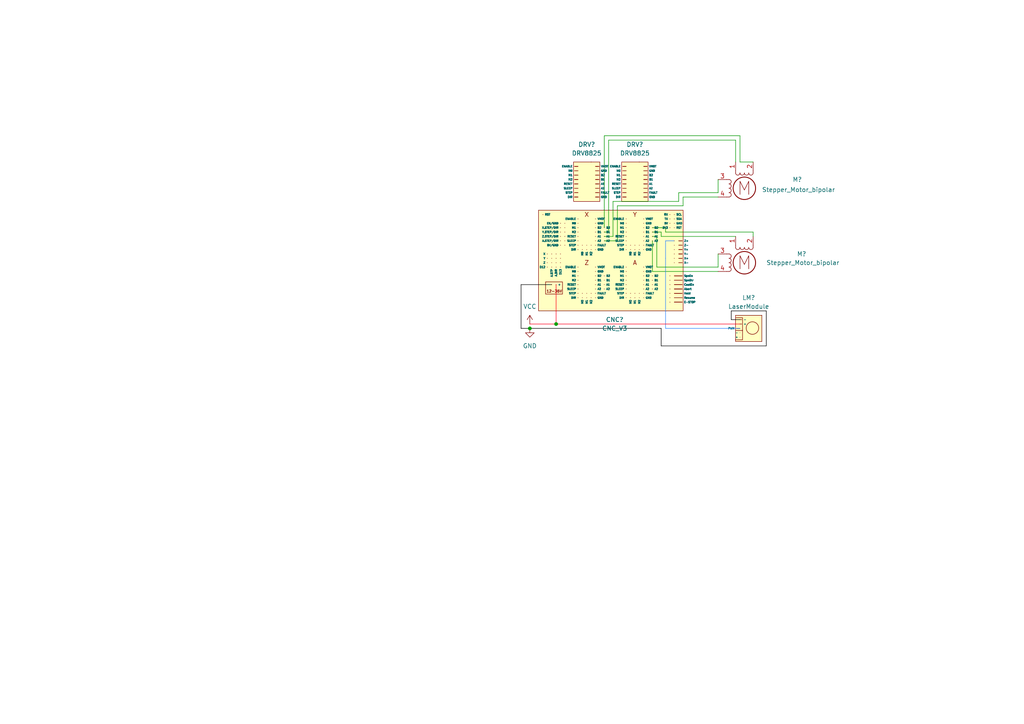
<source format=kicad_sch>
(kicad_sch (version 20211123) (generator eeschema)
  (paper "A4")
  (lib_symbols
    (symbol "EngraveExpress:CNC_V3" (pin_numbers hide)
      (property "Reference" "CNC" (at 3.81 0 0))
      (property "Value" "CNC_V3" (at 3.81 -2.54 0))
      (symbol "CNC_V3_0_0"
        (rectangle (start -13.208 -24.6126) (end -8.3058 -28.1432))
        (text "12-36V" (at -10.6934 -27.305 0) (effects (font (size 0.75 0.75))))
        (text "A" (at 12.7 -19.05 0) (effects (font (size 1.27 1.27))))
        (text "X" (at -1.27 -5.08 0) (effects (font (size 1.27 1.27))))
        (text "Y" (at 12.7 -5.08 0) (effects (font (size 1.27 1.27))))
        (text "Z" (at -1.27 -19.05 0) (effects (font (size 1.27 1.27))))
      )
      (symbol "CNC_V3_0_1"
        (rectangle (start -15.24 -3.81) (end 26.67 -33.02) (fill (type background)))
      )
      (symbol "CNC_V3_1_1"
        (pin input line (at -11.43 -19.05 180) (length 0) (name "") (number ""))
        (pin input line (at -11.43 -17.78 180) (length 0) (name "") (number ""))
        (pin input line (at -11.43 -16.51 180) (length 0) (name "") (number ""))
        (pin input line (at -10.16 -19.05 180) (length 0) (name "") (number ""))
        (pin input line (at -10.16 -17.78 180) (length 0) (name "") (number ""))
        (pin input line (at -10.16 -16.51 180) (length 0) (name "") (number ""))
        (pin input line (at -8.89 -19.05 180) (length 0) (name "") (number ""))
        (pin input line (at -8.89 -17.78 180) (length 0) (name "") (number ""))
        (pin input line (at -8.89 -16.51 180) (length 0) (name "") (number ""))
        (pin input line (at -7.62 -13.97 180) (length 0) (name "") (number ""))
        (pin input line (at -7.62 -12.7 180) (length 0) (name "") (number ""))
        (pin input line (at -7.62 -11.43 180) (length 0) (name "") (number ""))
        (pin input line (at -7.62 -10.16 180) (length 0) (name "") (number ""))
        (pin input line (at -7.62 -8.89 180) (length 0) (name "") (number ""))
        (pin input line (at -7.62 -7.62 180) (length 0) (name "") (number ""))
        (pin input line (at -2.54 -27.94 270) (length 0) (name "") (number ""))
        (pin input line (at -2.54 -13.97 270) (length 0) (name "") (number ""))
        (pin input line (at -1.27 -27.94 270) (length 0) (name "") (number ""))
        (pin input line (at -1.27 -13.97 270) (length 0) (name "") (number ""))
        (pin input line (at 0 -27.94 270) (length 0) (name "") (number ""))
        (pin input line (at 0 -13.97 270) (length 0) (name "") (number ""))
        (pin input line (at 11.43 -27.94 270) (length 0) (name "") (number ""))
        (pin input line (at 11.43 -13.97 270) (length 0) (name "") (number ""))
        (pin input line (at 12.7 -27.94 270) (length 0) (name "") (number ""))
        (pin input line (at 12.7 -13.97 270) (length 0) (name "") (number ""))
        (pin input line (at 13.97 -27.94 270) (length 0) (name "") (number ""))
        (pin input line (at 13.97 -13.97 270) (length 0) (name "") (number ""))
        (pin input line (at -10.16 -25.4 0) (length 0) (name "+") (number ""))
        (pin input line (at -11.43 -25.4 180) (length 0) (name "-") (number ""))
        (pin input line (at 22.86 -8.89 180) (length 0) (name "3V3") (number ""))
        (pin input line (at 22.86 -7.62 180) (length 0) (name "5V") (number ""))
        (pin input line (at -8.89 -13.97 180) (length 0) (name "5V/GND") (number ""))
        (pin input line (at -10.16 -20.32 270) (length 0) (name "A.DIR") (number ""))
        (pin input line (at -8.89 -12.7 180) (length 0) (name "A.STEP/DIR") (number ""))
        (pin input line (at -11.43 -20.32 270) (length 0) (name "A.STP") (number ""))
        (pin input line (at 1.27 -25.4 0) (length 0) (name "A1") (number ""))
        (pin input line (at 1.27 -11.43 0) (length 0) (name "A1") (number ""))
        (pin input line (at 3.81 -25.4 0) (length 0) (name "A1") (number ""))
        (pin input line (at 3.81 -11.43 0) (length 0) (name "A1") (number ""))
        (pin input line (at 15.24 -25.4 0) (length 0) (name "A1") (number ""))
        (pin input line (at 15.24 -11.43 0) (length 0) (name "A1") (number ""))
        (pin input line (at 17.78 -25.4 0) (length 0) (name "A1") (number ""))
        (pin input line (at 17.78 -11.43 0) (length 0) (name "A1") (number ""))
        (pin input line (at 1.27 -26.67 0) (length 0) (name "A2") (number ""))
        (pin input line (at 1.27 -12.7 0) (length 0) (name "A2") (number ""))
        (pin input line (at 3.81 -26.67 0) (length 0) (name "A2") (number ""))
        (pin input line (at 3.81 -12.7 0) (length 0) (name "A2") (number ""))
        (pin input line (at 15.24 -26.67 0) (length 0) (name "A2") (number ""))
        (pin input line (at 15.24 -12.7 0) (length 0) (name "A2") (number ""))
        (pin input line (at 17.78 -26.67 0) (length 0) (name "A2") (number ""))
        (pin input line (at 17.78 -12.7 0) (length 0) (name "A2") (number ""))
        (pin input line (at 1.27 -24.13 0) (length 0) (name "B1") (number ""))
        (pin input line (at 1.27 -10.16 0) (length 0) (name "B1") (number ""))
        (pin input line (at 3.81 -24.13 0) (length 0) (name "B1") (number ""))
        (pin input line (at 3.81 -10.16 0) (length 0) (name "B1") (number ""))
        (pin input line (at 15.24 -24.13 0) (length 0) (name "B1") (number ""))
        (pin input line (at 15.24 -10.16 0) (length 0) (name "B1") (number ""))
        (pin input line (at 17.78 -24.13 0) (length 0) (name "B1") (number ""))
        (pin input line (at 17.78 -10.16 0) (length 0) (name "B1") (number ""))
        (pin input line (at 1.27 -22.86 0) (length 0) (name "B2") (number ""))
        (pin input line (at 1.27 -8.89 0) (length 0) (name "B2") (number ""))
        (pin input line (at 3.81 -22.86 0) (length 0) (name "B2") (number ""))
        (pin input line (at 3.81 -8.89 0) (length 0) (name "B2") (number ""))
        (pin input line (at 15.24 -22.86 0) (length 0) (name "B2") (number ""))
        (pin input line (at 15.24 -8.89 0) (length 0) (name "B2") (number ""))
        (pin input line (at 17.78 -22.86 0) (length 0) (name "B2") (number ""))
        (pin input line (at 17.78 -8.89 0) (length 0) (name "B2") (number ""))
        (pin input line (at -12.7 -20.32 180) (length 0) (name "D12") (number ""))
        (pin input line (at -8.89 -20.32 270) (length 0) (name "D13") (number ""))
        (pin input line (at -3.81 -29.21 180) (length 0) (name "DIR") (number ""))
        (pin input line (at -3.81 -15.24 180) (length 0) (name "DIR") (number ""))
        (pin input line (at 10.16 -29.21 180) (length 0) (name "DIR") (number ""))
        (pin input line (at 10.16 -15.24 180) (length 0) (name "DIR") (number ""))
        (pin input line (at -8.89 -7.62 180) (length 0) (name "EN/GND") (number ""))
        (pin input line (at -3.81 -20.32 180) (length 0) (name "ENABLE") (number ""))
        (pin input line (at -3.81 -6.35 180) (length 0) (name "ENABLE") (number ""))
        (pin input line (at 10.16 -20.32 180) (length 0) (name "ENABLE") (number ""))
        (pin input line (at 10.16 -6.35 180) (length 0) (name "ENABLE") (number ""))
        (pin input line (at 1.27 -27.94 0) (length 0) (name "FAULT") (number ""))
        (pin input line (at 1.27 -13.97 0) (length 0) (name "FAULT") (number ""))
        (pin input line (at 15.24 -27.94 0) (length 0) (name "FAULT") (number ""))
        (pin input line (at 15.24 -13.97 0) (length 0) (name "FAULT") (number ""))
        (pin input line (at 1.27 -29.21 0) (length 0) (name "GND") (number ""))
        (pin input line (at 1.27 -21.59 0) (length 0) (name "GND") (number ""))
        (pin input line (at 1.27 -15.24 0) (length 0) (name "GND") (number ""))
        (pin input line (at 1.27 -7.62 0) (length 0) (name "GND") (number ""))
        (pin input line (at 15.24 -29.21 0) (length 0) (name "GND") (number ""))
        (pin input line (at 15.24 -21.59 0) (length 0) (name "GND") (number ""))
        (pin input line (at 15.24 -15.24 0) (length 0) (name "GND") (number ""))
        (pin input line (at 15.24 -7.62 0) (length 0) (name "GND") (number ""))
        (pin input line (at 24.13 -7.62 0) (length 0) (name "GND") (number ""))
        (pin input line (at -3.81 -21.59 180) (length 0) (name "M0") (number ""))
        (pin input line (at -3.81 -7.62 180) (length 0) (name "M0") (number ""))
        (pin input line (at -2.54 -29.21 270) (length 0) (name "M0") (number ""))
        (pin input line (at -2.54 -15.24 270) (length 0) (name "M0") (number ""))
        (pin input line (at 10.16 -21.59 180) (length 0) (name "M0") (number ""))
        (pin input line (at 10.16 -7.62 180) (length 0) (name "M0") (number ""))
        (pin input line (at 11.43 -29.21 270) (length 0) (name "M0") (number ""))
        (pin input line (at 11.43 -15.24 270) (length 0) (name "M0") (number ""))
        (pin input line (at -3.81 -22.86 180) (length 0) (name "M1") (number ""))
        (pin input line (at -3.81 -8.89 180) (length 0) (name "M1") (number ""))
        (pin input line (at -1.27 -29.21 270) (length 0) (name "M1") (number ""))
        (pin input line (at -1.27 -15.24 270) (length 0) (name "M1") (number ""))
        (pin input line (at 10.16 -22.86 180) (length 0) (name "M1") (number ""))
        (pin input line (at 10.16 -8.89 180) (length 0) (name "M1") (number ""))
        (pin input line (at 12.7 -29.21 270) (length 0) (name "M1") (number ""))
        (pin input line (at 12.7 -15.24 270) (length 0) (name "M1") (number ""))
        (pin input line (at -3.81 -24.13 180) (length 0) (name "M2") (number ""))
        (pin input line (at -3.81 -10.16 180) (length 0) (name "M2") (number ""))
        (pin input line (at 0 -29.21 270) (length 0) (name "M2") (number ""))
        (pin input line (at 0 -15.24 270) (length 0) (name "M2") (number ""))
        (pin input line (at 10.16 -24.13 180) (length 0) (name "M2") (number ""))
        (pin input line (at 10.16 -10.16 180) (length 0) (name "M2") (number ""))
        (pin input line (at 13.97 -29.21 270) (length 0) (name "M2") (number ""))
        (pin input line (at 13.97 -15.24 270) (length 0) (name "M2") (number ""))
        (pin input line (at -3.81 -25.4 180) (length 0) (name "RESET") (number ""))
        (pin input line (at -3.81 -11.43 180) (length 0) (name "RESET") (number ""))
        (pin input line (at 10.16 -25.4 180) (length 0) (name "RESET") (number ""))
        (pin input line (at 10.16 -11.43 180) (length 0) (name "RESET") (number ""))
        (pin input line (at -13.97 -5.08 0) (length 0) (name "RST") (number ""))
        (pin input line (at 24.13 -8.89 0) (length 0) (name "RST") (number ""))
        (pin input line (at 22.86 -5.08 180) (length 0) (name "RX") (number ""))
        (pin input line (at 24.13 -5.08 0) (length 0) (name "SCL") (number ""))
        (pin input line (at 24.13 -6.35 0) (length 0) (name "SDA") (number ""))
        (pin input line (at -3.81 -26.67 180) (length 0) (name "SLEEP") (number ""))
        (pin input line (at -3.81 -12.7 180) (length 0) (name "SLEEP") (number ""))
        (pin input line (at 10.16 -26.67 180) (length 0) (name "SLEEP") (number ""))
        (pin input line (at 10.16 -12.7 180) (length 0) (name "SLEEP") (number ""))
        (pin input line (at -3.81 -27.94 180) (length 0) (name "STEP") (number ""))
        (pin input line (at -3.81 -13.97 180) (length 0) (name "STEP") (number ""))
        (pin input line (at 10.16 -27.94 180) (length 0) (name "STEP") (number ""))
        (pin input line (at 10.16 -13.97 180) (length 0) (name "STEP") (number ""))
        (pin input line (at 22.86 -6.35 180) (length 0) (name "TX") (number ""))
        (pin input line (at 1.27 -20.32 0) (length 0) (name "VMOT") (number ""))
        (pin input line (at 1.27 -6.35 0) (length 0) (name "VMOT") (number ""))
        (pin input line (at 15.24 -20.32 0) (length 0) (name "VMOT") (number ""))
        (pin input line (at 15.24 -6.35 0) (length 0) (name "VMOT") (number ""))
        (pin input line (at -12.7 -16.51 180) (length 0) (name "X") (number ""))
        (pin input line (at -8.89 -8.89 180) (length 0) (name "X.STEP/DIR") (number ""))
        (pin input line (at -12.7 -17.78 180) (length 0) (name "Y") (number ""))
        (pin input line (at -8.89 -10.16 180) (length 0) (name "Y.STEP/DIR") (number ""))
        (pin input line (at -12.7 -19.05 180) (length 0) (name "Z") (number ""))
        (pin input line (at -8.89 -11.43 180) (length 0) (name "Z.STEP/DIR") (number ""))
        (pin input line (at 24.13 -30.48 0) (length 2.25) (name "E-STOP") (number "1"))
        (pin input line (at 22.86 -25.4 0) (length 0) (name "") (number "10"))
        (pin input line (at 24.13 -24.13 0) (length 2.25) (name "SpnDlr") (number "11"))
        (pin input line (at 22.86 -24.13 0) (length 0) (name "") (number "12"))
        (pin input line (at 24.13 -22.86 0) (length 2.25) (name "SpnEn") (number "13"))
        (pin input line (at 25.4 -17.78 0) (length 1) (name "X+") (number "13"))
        (pin input line (at 25.4 -19.05 0) (length 1) (name "X-") (number "13"))
        (pin input line (at 25.4 -15.24 0) (length 1) (name "Y+") (number "13"))
        (pin input line (at 25.4 -16.51 0) (length 1) (name "Y-") (number "13"))
        (pin input line (at 25.4 -12.7 0) (length 1) (name "Z+") (number "13"))
        (pin input line (at 25.4 -13.97 0) (length 1) (name "Z-") (number "13"))
        (pin input line (at 22.86 -22.86 0) (length 0) (name "") (number "14"))
        (pin input line (at 24.13 -19.05 0) (length 0) (name "") (number "14"))
        (pin input line (at 24.13 -17.78 0) (length 0) (name "") (number "14"))
        (pin input line (at 24.13 -16.51 0) (length 0) (name "") (number "14"))
        (pin input line (at 24.13 -15.24 0) (length 0) (name "") (number "14"))
        (pin input line (at 24.13 -13.97 0) (length 0) (name "") (number "14"))
        (pin input line (at 24.13 -12.7 0) (length 0) (name "") (number "14"))
        (pin input line (at 22.86 -30.48 0) (length 0) (name "") (number "2"))
        (pin input line (at 24.13 -29.21 0) (length 2.25) (name "Resume") (number "3"))
        (pin input line (at 22.86 -29.21 0) (length 0) (name "") (number "4"))
        (pin input line (at 24.13 -27.94 0) (length 2.25) (name "Hold") (number "5"))
        (pin input line (at 22.86 -27.94 0) (length 0) (name "") (number "6"))
        (pin input line (at 24.13 -26.67 0) (length 2.25) (name "Abort") (number "7"))
        (pin input line (at 22.86 -26.67 0) (length 0) (name "") (number "8"))
        (pin input line (at 24.13 -25.4 0) (length 2.25) (name "CoolEn") (number "9"))
      )
    )
    (symbol "EngraveExpress:DRV8825" (pin_numbers hide)
      (property "Reference" "DRV" (at 0 2.54 0))
      (property "Value" "DRV8825" (at 0 0 0))
      (symbol "DRV8825_0_0"
        (rectangle (start -3.81 -1.27) (end 3.81 -12.7) (fill (type background)))
        (rectangle (start 1.27 -1.27) (end 1.27 -1.27))
        (rectangle (start 1.27 -1.27) (end 1.27 -1.27))
      )
      (symbol "DRV8825_1_1"
        (pin input line (at 2.54 -7.62 0) (length 1) (name "A1") (number ""))
        (pin input line (at 2.54 -8.89 0) (length 1) (name "A2") (number ""))
        (pin input line (at 2.54 -6.35 0) (length 1) (name "B1") (number ""))
        (pin input line (at 2.54 -5.08 0) (length 1) (name "B2") (number ""))
        (pin input line (at -2.54 -11.43 180) (length 1) (name "DIR") (number ""))
        (pin input line (at -2.54 -2.54 180) (length 1) (name "ENABLE") (number ""))
        (pin input line (at 2.54 -10.16 0) (length 1) (name "FAULT") (number ""))
        (pin input line (at 2.54 -11.43 0) (length 1) (name "GND") (number ""))
        (pin input line (at 2.54 -3.81 0) (length 1) (name "GND") (number ""))
        (pin input line (at -2.54 -3.81 180) (length 1) (name "M0") (number ""))
        (pin input line (at -2.54 -5.08 180) (length 1) (name "M1") (number ""))
        (pin input line (at -2.54 -6.35 180) (length 1) (name "M2") (number ""))
        (pin input line (at -2.54 -7.62 180) (length 1) (name "RESET") (number ""))
        (pin input line (at -2.54 -8.89 180) (length 1) (name "SLEEP") (number ""))
        (pin input line (at -2.54 -10.16 180) (length 1) (name "STEP") (number ""))
        (pin input line (at 2.54 -2.54 0) (length 1) (name "VMOT") (number ""))
      )
    )
    (symbol "EngraveExpress:LaserModule" (pin_numbers hide)
      (property "Reference" "LM" (at 0 2.54 0))
      (property "Value" "LaserModule" (at 0 0 0))
      (symbol "LaserModule_0_0"
        (rectangle (start -3.81 -2.54) (end 3.81 -10.16) (fill (type background)))
        (polyline (pts (xy -3.7592 -6.9596) (xy -1.8034 -6.9596) (xy -1.8034 -3.2512) (xy -3.7592 -3.2512)))
        (polyline (pts (xy -1.8034 -6.8834) (xy -1.8034 -9.6774) (xy -3.8354 -9.6774) (xy -3.8354 -9.652)))
        (circle (center 1.0668 -6.2484) (radius 1.8164))
      )
      (symbol "LaserModule_1_1"
        (pin input line (at -2.54 -8.89 180) (length 0) (name "+") (number ""))
        (pin input line (at -2.54 -5.08 0) (length 0.5) (name "+") (number ""))
        (pin input line (at -2.54 -7.62 180) (length 0) (name "-") (number ""))
        (pin input line (at -2.54 -6.35 180) (length 1) (name "PWM") (number ""))
        (pin input line (at -2.54 -3.81 0) (length 0.5) (name "-") (number "0"))
      )
    )
    (symbol "Motor:Stepper_Motor_bipolar" (pin_names (offset 0) hide)
      (property "Reference" "M" (at 3.81 2.54 0))
      (property "Value" "Stepper_Motor_bipolar" (at 3.81 1.27 0))
      (symbol "Stepper_Motor_bipolar_0_0"
        (polyline (pts (xy -1.27 -1.778) (xy -1.27 2.032) (xy 0 -0.508) (xy 1.27 2.032) (xy 1.27 -1.778)))
      )
      (symbol "Stepper_Motor_bipolar_0_1"
        (arc (start -4.445 -2.54) (mid -3.81 -1.905) (end -4.445 -1.27))
        (arc (start -4.445 -1.27) (mid -3.81 -0.635) (end -4.445 0))
        (arc (start -4.445 0) (mid -3.81 0.635) (end -4.445 1.27))
        (arc (start -4.445 1.27) (mid -3.81 1.905) (end -4.445 2.54))
        (arc (start -2.54 4.445) (mid -1.905 3.81) (end -1.27 4.445))
        (arc (start -1.27 4.445) (mid -0.635 3.81) (end 0 4.445))
        (polyline (pts (xy -5.08 -2.54) (xy -4.445 -2.54)))
        (polyline (pts (xy -5.08 2.54) (xy -4.445 2.54)))
        (polyline (pts (xy -2.54 5.08) (xy -2.54 4.445)))
        (polyline (pts (xy 2.54 5.08) (xy 2.54 4.445)))
        (circle (center 0 0) (radius 3.2512) (stroke (width 0.254)))
        (arc (start 0 4.445) (mid 0.635 3.81) (end 1.27 4.445))
        (arc (start 1.27 4.445) (mid 1.905 3.81) (end 2.54 4.445))
      )
      (symbol "Stepper_Motor_bipolar_1_1"
        (pin passive line (at -2.54 7.62 270) (length 2.54) (name "~") (number "1"))
        (pin passive line (at 2.54 7.62 270) (length 2.54) (name "-") (number "2"))
        (pin passive line (at -7.62 2.54 0) (length 2.54) (name "~") (number "3"))
        (pin passive line (at -7.62 -2.54 0) (length 2.54) (name "~") (number "4"))
      )
    )
    (symbol "power:GND" (power) (pin_names (offset 0))
      (property "Value" "GND" (at 0 -3.81 0))
      (symbol "GND_0_1"
        (polyline (pts (xy 0 0) (xy 0 -1.27) (xy 1.27 -1.27) (xy 0 -2.54) (xy -1.27 -1.27) (xy 0 -1.27)))
      )
      (symbol "GND_1_1"
        (pin power_in line (at 0 0 270) (length 0) hide (name "GND") (number "1"))
      )
    )
    (symbol "power:VCC" (power) (pin_names (offset 0))
      (property "Value" "VCC" (at 0 3.81 0))
      (symbol "VCC_0_1"
        (polyline (pts (xy -0.762 1.27) (xy 0 2.54)))
        (polyline (pts (xy 0 0) (xy 0 2.54)))
        (polyline (pts (xy 0 2.54) (xy 0.762 1.27)))
      )
      (symbol "VCC_1_1"
        (pin power_in line (at 0 0 90) (length 0) hide (name "VCC") (number "1"))
      )
    )
  )
  (junction (at 161.29 93.98))
  (junction (at 153.67 95.25))
  (wire (pts (xy 196.85 58.42) (xy 196.85 55.88)))
  (wire (pts (xy 193.04 95.25) (xy 214.63 95.25)) (stroke (width 0) (color 45 131 255 1)))
  (wire (pts (xy 175.26 39.37) (xy 214.63 39.37)))
  (wire (pts (xy 191.77 95.25) (xy 191.77 100.33)) (stroke (width 0) (color 0 0 0 1)))
  (wire (pts (xy 193.04 67.31) (xy 218.44 67.31)))
  (wire (pts (xy 175.26 39.37) (xy 175.26 66.04)))
  (wire (pts (xy 214.63 46.99) (xy 218.44 46.99)))
  (wire (pts (xy 189.23 78.74) (xy 208.28 78.74)))
  (wire (pts (xy 193.04 69.85) (xy 195.58 69.85)) (stroke (width 0) (color 45 131 255 1)))
  (wire (pts (xy 189.23 68.58) (xy 190.5 68.58)))
  (wire (pts (xy 193.04 74.93) (xy 193.04 69.85)) (stroke (width 0) (color 45 131 255 1)))
  (wire (pts (xy 151.13 95.25) (xy 151.13 82.55)) (stroke (width 0) (color 0 0 0 1)))
  (wire (pts (xy 179.07 69.85) (xy 179.07 59.69)))
  (wire (pts (xy 177.8 68.58) (xy 177.8 58.42)))
  (wire (pts (xy 193.04 74.93) (xy 193.04 95.25)) (stroke (width 0) (color 45 131 255 1)))
  (wire (pts (xy 153.67 95.25) (xy 151.13 95.25)) (stroke (width 0) (color 0 0 0 1)))
  (wire (pts (xy 193.04 66.04) (xy 193.04 67.31)))
  (wire (pts (xy 175.26 69.85) (xy 179.07 69.85)))
  (wire (pts (xy 218.44 67.31) (xy 218.44 68.58)))
  (wire (pts (xy 191.77 68.58) (xy 213.36 68.58)))
  (wire (pts (xy 191.77 100.33) (xy 222.25 100.33)) (stroke (width 0) (color 0 0 0 1)))
  (wire (pts (xy 212.09 92.71) (xy 214.63 92.71)) (stroke (width 0) (color 0 0 0 1)))
  (wire (pts (xy 222.25 90.17) (xy 212.09 90.17)) (stroke (width 0) (color 0 0 0 1)))
  (wire (pts (xy 212.09 90.17) (xy 212.09 92.71)) (stroke (width 0) (color 0 0 0 1)))
  (wire (pts (xy 176.53 40.64) (xy 176.53 67.31)))
  (wire (pts (xy 189.23 67.31) (xy 191.77 67.31)))
  (wire (pts (xy 179.07 59.69) (xy 198.12 59.69)))
  (wire (pts (xy 161.29 93.98) (xy 214.63 93.98)) (stroke (width 0) (color 255 0 30 1)))
  (wire (pts (xy 196.85 55.88) (xy 208.28 55.88)))
  (wire (pts (xy 191.77 67.31) (xy 191.77 68.58)))
  (wire (pts (xy 208.28 73.66) (xy 208.28 77.47)))
  (wire (pts (xy 198.12 57.15) (xy 208.28 57.15)))
  (wire (pts (xy 198.12 59.69) (xy 198.12 57.15)))
  (wire (pts (xy 189.23 66.04) (xy 193.04 66.04)))
  (wire (pts (xy 153.67 95.25) (xy 191.77 95.25)) (stroke (width 0) (color 0 0 0 1)))
  (wire (pts (xy 189.23 69.85) (xy 189.23 78.74)))
  (wire (pts (xy 190.5 77.47) (xy 208.28 77.47)))
  (wire (pts (xy 175.26 68.58) (xy 177.8 68.58)))
  (wire (pts (xy 161.29 93.98) (xy 161.29 82.55)) (stroke (width 0) (color 255 0 30 1)))
  (wire (pts (xy 151.13 82.55) (xy 160.02 82.55)) (stroke (width 0) (color 0 0 0 1)))
  (wire (pts (xy 176.53 40.64) (xy 213.36 40.64)))
  (wire (pts (xy 153.67 93.98) (xy 161.29 93.98)) (stroke (width 0) (color 255 0 30 1)))
  (wire (pts (xy 222.25 100.33) (xy 222.25 90.17)) (stroke (width 0) (color 0 0 0 1)))
  (wire (pts (xy 214.63 39.37) (xy 214.63 46.99)))
  (wire (pts (xy 213.36 40.64) (xy 213.36 46.99)))
  (wire (pts (xy 175.26 67.31) (xy 176.53 67.31)))
  (wire (pts (xy 177.8 58.42) (xy 196.85 58.42)))
  (wire (pts (xy 208.28 52.07) (xy 208.28 55.88)))
  (wire (pts (xy 190.5 68.58) (xy 190.5 77.47)))
  (symbol (lib_id "power:GND") (at 153.67 95.25 0) (unit 1)
    (property "Reference" "#PWR?" (effects hide))
    (property "Value" "GND" (at 153.67 100.33 0))
  )
  (symbol (lib_id "EngraveExpress:CNC_V3") (at 171.45 57.15 0) (unit 1)
    (property "Reference" "CNC?" (at 178.3 92.71 0))
    (property "Value" "CNC_V3" (at 178.3 95.25 0))
  )
  (symbol (lib_id "Motor:Stepper_Motor_bipolar") (at 215.9 76.2 0) (unit 1)
    (property "Reference" "M?" (at 231.14 73.66 0) (effects (justify left)))
    (property "Value" "Stepper_Motor_bipolar" (at 222.25 76.2 0) (effects (justify left)))
    (property "Datasheet" "http://www.infineon.com/dgdl/Application-Note-TLE8110EE_driving_UniPolarStepperMotor_V1.1.pdf?fileId=db3a30431be39b97011be5d0aa0a00b0" (effects hide))
  )
  (symbol (lib_id "EngraveExpress:DRV8825") (at 184.15 45.72 0) (unit 1)
    (property "Reference" "DRV?" (at 184.15 41.91 0))
    (property "Value" "DRV8825" (at 184.15 44.45 0))
  )
  (symbol (lib_id "Motor:Stepper_Motor_bipolar") (at 215.9 54.61 0) (unit 1)
    (property "Reference" "M?" (at 229.87 52.07 0) (effects (justify left)))
    (property "Value" "Stepper_Motor_bipolar" (at 220.98 55.029 0) (effects (justify left)))
    (property "Datasheet" "http://www.infineon.com/dgdl/Application-Note-TLE8110EE_driving_UniPolarStepperMotor_V1.1.pdf?fileId=db3a30431be39b97011be5d0aa0a00b0" (effects hide))
  )
  (symbol (lib_id "EngraveExpress:LaserModule") (at 217.17 88.9 0) (unit 1)
    (property "Reference" "LM?" (at 217.1573 86.36 0))
    (property "Value" "LaserModule" (at 217.1573 88.9 0))
  )
  (symbol (lib_id "EngraveExpress:DRV8825") (at 170.18 45.72 0) (unit 1)
    (property "Reference" "DRV?" (at 170.18 41.91 0))
    (property "Value" "DRV8825" (at 170.18 44.45 0))
  )
  (symbol (lib_id "power:VCC") (at 153.67 93.98 0) (unit 1)
    (property "Reference" "#PWR?" (effects hide))
    (property "Value" "VCC" (at 153.67 88.9 0))
  )
)
</source>
